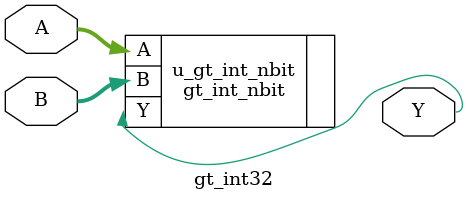
<source format=v>

module gt_int32 #(
    parameter WIDTH = 32
)(
    input [WIDTH-1:0] A,
    input [WIDTH-1:0] B,
    output Y
);

    gt_int_nbit #(
        .WIDTH(WIDTH)
    ) u_gt_int_nbit (
        .A(A),
        .B(B),
        .Y(Y)
    );

endmodule
</source>
